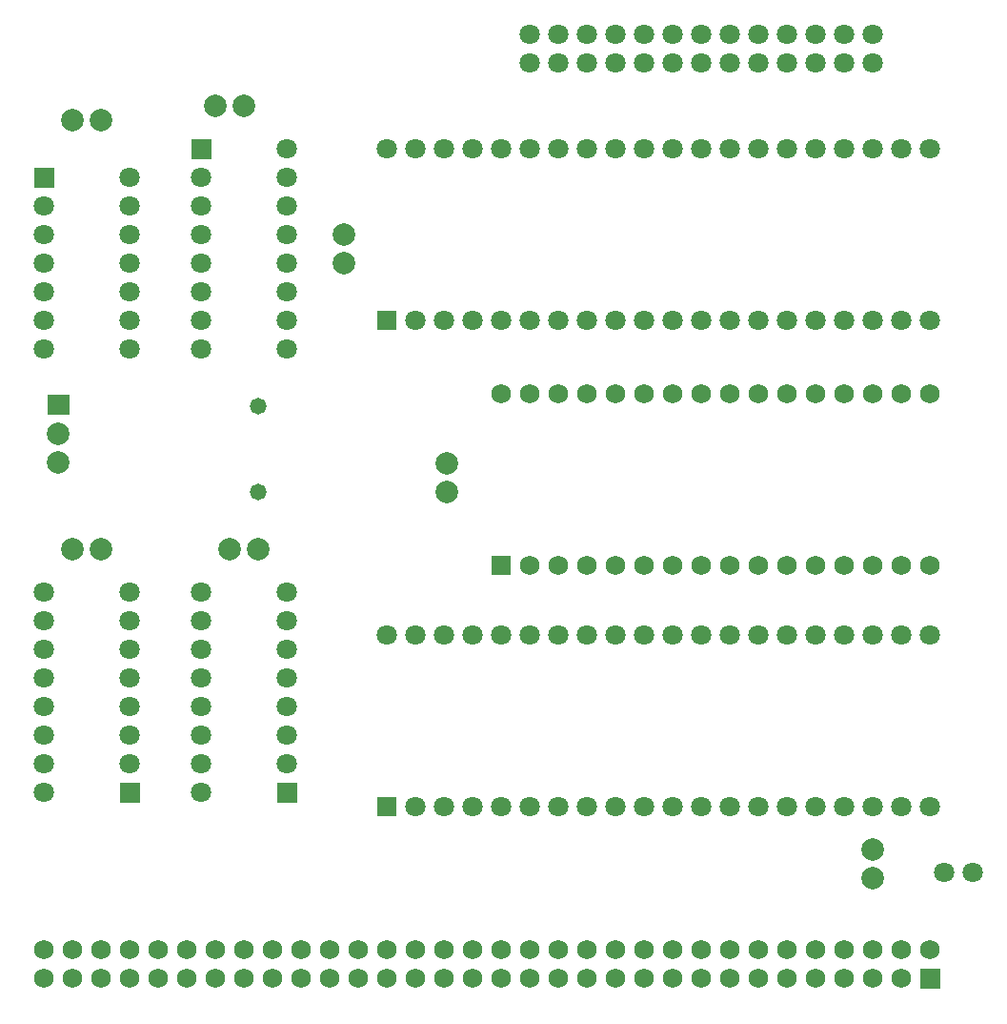
<source format=gbs>
G04 Layer: BottomSolderMaskLayer*
G04 EasyEDA v6.4.7, 2020-09-22T21:54:33+03:00*
G04 a7765446d15b4be3966cb18223edfad2,4ad0dc2c7e0b4634a5fc6f66180d8695,10*
G04 Gerber Generator version 0.2*
G04 Scale: 100 percent, Rotated: No, Reflected: No *
G04 Dimensions in millimeters *
G04 leading zeros omitted , absolute positions ,3 integer and 3 decimal *
%FSLAX33Y33*%
%MOMM*%
G90*
D02*

%ADD28C,2.003196*%
%ADD30C,1.803197*%
%ADD31R,1.803197X1.803197*%
%ADD33C,1.803400*%
%ADD34C,1.473200*%
%ADD35R,1.727200X1.727200*%
%ADD36C,1.727200*%

%LPD*%
G54D28*
G01X8890Y50927D03*
G01X8890Y53467D03*
G36*
G01X7889Y55118D02*
G01X7889Y56896D01*
G01X9890Y56896D01*
G01X9890Y55118D01*
G01X7889Y55118D01*
G37*
G54D30*
G01X38100Y78740D03*
G01X40640Y78740D03*
G01X43180Y78740D03*
G01X45720Y78740D03*
G01X48260Y78740D03*
G01X50800Y78740D03*
G01X53340Y78740D03*
G01X55880Y78740D03*
G01X58420Y78740D03*
G01X60960Y78740D03*
G01X63500Y78740D03*
G01X66040Y78740D03*
G01X68574Y78740D03*
G01X71114Y78740D03*
G01X73654Y78740D03*
G01X76194Y78740D03*
G01X78734Y78740D03*
G01X81274Y78740D03*
G01X83816Y78740D03*
G01X86354Y78740D03*
G01X86360Y63500D03*
G01X83820Y63500D03*
G01X81280Y63500D03*
G01X78740Y63500D03*
G01X76200Y63500D03*
G01X73660Y63500D03*
G01X71120Y63500D03*
G01X68580Y63500D03*
G01X66040Y63500D03*
G01X63500Y63500D03*
G01X60960Y63500D03*
G01X58420Y63500D03*
G01X55880Y63500D03*
G01X53340Y63500D03*
G01X50800Y63500D03*
G01X48260Y63500D03*
G01X45720Y63500D03*
G01X43180Y63500D03*
G01X40640Y63500D03*
G54D31*
G01X38100Y63500D03*
G54D30*
G01X7618Y21590D03*
G01X7618Y24130D03*
G01X7618Y26670D03*
G01X7618Y29210D03*
G01X7618Y31750D03*
G01X7618Y34290D03*
G01X7618Y36830D03*
G01X7618Y39370D03*
G01X15238Y39370D03*
G01X15238Y36830D03*
G01X15238Y34290D03*
G01X15238Y31750D03*
G01X15238Y29210D03*
G01X15238Y26670D03*
G01X15238Y24130D03*
G36*
G01X14338Y20688D02*
G01X14338Y22491D01*
G01X16141Y22491D01*
G01X16141Y20688D01*
G01X14338Y20688D01*
G37*
G01X21588Y21588D03*
G01X21588Y24128D03*
G01X21588Y26668D03*
G01X21588Y29208D03*
G01X21588Y31748D03*
G01X21588Y34288D03*
G01X21588Y36828D03*
G01X21588Y39368D03*
G01X29208Y39368D03*
G01X29208Y36828D03*
G01X29208Y34288D03*
G01X29208Y31748D03*
G01X29208Y29208D03*
G01X29208Y26668D03*
G01X29208Y24128D03*
G36*
G01X28308Y20685D02*
G01X28308Y22489D01*
G01X30111Y22489D01*
G01X30111Y20685D01*
G01X28308Y20685D01*
G37*
G01X29210Y78740D03*
G01X29210Y76200D03*
G01X29210Y73660D03*
G01X29210Y71120D03*
G01X29210Y68580D03*
G01X29210Y66040D03*
G01X29210Y63500D03*
G01X29210Y60960D03*
G01X21590Y60960D03*
G01X21590Y63500D03*
G01X21590Y66040D03*
G01X21590Y68580D03*
G01X21590Y71120D03*
G01X21590Y73660D03*
G01X21590Y76200D03*
G36*
G01X20688Y77838D02*
G01X20688Y79641D01*
G01X22491Y79641D01*
G01X22491Y77838D01*
G01X20688Y77838D01*
G37*
G36*
G01X6718Y75298D02*
G01X6718Y77101D01*
G01X8521Y77101D01*
G01X8521Y75298D01*
G01X6718Y75298D01*
G37*
G54D33*
G01X7620Y73660D03*
G01X7620Y66040D03*
G01X7620Y63500D03*
G01X7620Y71120D03*
G01X7620Y68580D03*
G01X7620Y60960D03*
G01X15240Y60960D03*
G01X15240Y63500D03*
G01X15240Y66040D03*
G01X15240Y68580D03*
G01X15240Y71120D03*
G01X15240Y73660D03*
G01X15240Y76200D03*
G54D30*
G01X38100Y35560D03*
G01X40640Y35560D03*
G01X43180Y35560D03*
G01X45720Y35560D03*
G01X48260Y35560D03*
G01X50800Y35560D03*
G01X53340Y35560D03*
G01X55880Y35560D03*
G01X58420Y35560D03*
G01X60960Y35560D03*
G01X63500Y35560D03*
G01X66040Y35560D03*
G01X68574Y35560D03*
G01X71114Y35560D03*
G01X73654Y35560D03*
G01X76194Y35560D03*
G01X78734Y35560D03*
G01X81274Y35560D03*
G01X83816Y35560D03*
G01X86354Y35560D03*
G01X86360Y20320D03*
G01X83820Y20320D03*
G01X81280Y20320D03*
G01X78740Y20320D03*
G01X76200Y20320D03*
G01X73660Y20320D03*
G01X71120Y20320D03*
G01X68580Y20320D03*
G01X66040Y20320D03*
G01X63500Y20320D03*
G01X60960Y20320D03*
G01X58420Y20320D03*
G01X55880Y20320D03*
G01X53340Y20320D03*
G01X50800Y20320D03*
G01X48260Y20320D03*
G01X45720Y20320D03*
G01X43180Y20320D03*
G01X40640Y20320D03*
G54D31*
G01X38100Y20320D03*
G54D34*
G01X26670Y55880D03*
G01X26670Y48260D03*
G54D28*
G01X12700Y81280D03*
G01X10160Y81280D03*
G01X22860Y82550D03*
G01X25400Y82550D03*
G01X43434Y48260D03*
G01X43434Y50800D03*
G01X12700Y43180D03*
G01X10160Y43180D03*
G01X24130Y43180D03*
G01X26670Y43180D03*
G01X81280Y16510D03*
G01X81280Y13970D03*
G36*
G01X85496Y4216D02*
G01X85496Y5943D01*
G01X87223Y5943D01*
G01X87223Y4216D01*
G01X85496Y4216D01*
G37*
G54D36*
G01X83820Y5080D03*
G01X81280Y5080D03*
G01X78740Y5080D03*
G01X76200Y5080D03*
G01X73660Y5080D03*
G01X71120Y5080D03*
G01X68580Y5080D03*
G01X66040Y5080D03*
G01X63500Y5080D03*
G01X60960Y5080D03*
G01X58420Y5080D03*
G01X55880Y5080D03*
G01X53340Y5080D03*
G01X50800Y5080D03*
G01X48260Y5080D03*
G01X45720Y5080D03*
G01X43180Y5080D03*
G01X40640Y5080D03*
G01X38100Y5080D03*
G01X35560Y5080D03*
G01X33020Y5080D03*
G01X30480Y5080D03*
G01X27940Y5080D03*
G01X25400Y5080D03*
G01X22860Y5080D03*
G01X20320Y5080D03*
G01X17780Y5080D03*
G01X15240Y5080D03*
G01X12700Y5080D03*
G01X10160Y5080D03*
G01X7620Y5080D03*
G01X86360Y7620D03*
G01X83820Y7620D03*
G01X81280Y7620D03*
G01X78740Y7620D03*
G01X76200Y7620D03*
G01X73660Y7620D03*
G01X71120Y7620D03*
G01X68580Y7620D03*
G01X66040Y7620D03*
G01X63500Y7620D03*
G01X60960Y7620D03*
G01X58420Y7620D03*
G01X55880Y7620D03*
G01X53340Y7620D03*
G01X50800Y7620D03*
G01X48260Y7620D03*
G01X45720Y7620D03*
G01X43180Y7620D03*
G01X40640Y7620D03*
G01X38100Y7620D03*
G01X35560Y7620D03*
G01X33020Y7620D03*
G01X30480Y7620D03*
G01X27940Y7620D03*
G01X25400Y7620D03*
G01X22860Y7620D03*
G01X20320Y7620D03*
G01X17780Y7620D03*
G01X15240Y7620D03*
G01X12700Y7620D03*
G01X10160Y7620D03*
G01X7620Y7620D03*
G54D30*
G01X50800Y86360D03*
G01X50800Y88900D03*
G01X53340Y86360D03*
G01X53340Y88900D03*
G01X55880Y86360D03*
G01X55880Y88900D03*
G01X58420Y86360D03*
G01X58420Y88900D03*
G01X60960Y86360D03*
G01X60960Y88900D03*
G01X63500Y86360D03*
G01X63500Y88900D03*
G01X66040Y86360D03*
G01X66040Y88900D03*
G01X68580Y86360D03*
G01X68580Y88900D03*
G01X71120Y86360D03*
G01X71120Y88900D03*
G01X73660Y86360D03*
G01X73660Y88900D03*
G01X76200Y86360D03*
G01X76200Y88900D03*
G01X78740Y86360D03*
G01X78740Y88900D03*
G01X81280Y86360D03*
G01X81280Y88900D03*
G01X87630Y14478D03*
G01X90170Y14478D03*
G54D35*
G01X48260Y41783D03*
G54D36*
G01X50800Y41783D03*
G01X53340Y41783D03*
G01X55880Y41783D03*
G01X58420Y41783D03*
G01X60960Y41783D03*
G01X63500Y41783D03*
G01X66040Y41783D03*
G01X68580Y41783D03*
G01X71120Y41783D03*
G01X73660Y41783D03*
G01X76200Y41783D03*
G01X78740Y41783D03*
G01X81280Y41783D03*
G01X83820Y41783D03*
G01X86360Y41783D03*
G01X86360Y57023D03*
G01X83820Y57023D03*
G01X81280Y57023D03*
G01X78740Y57023D03*
G01X76200Y57023D03*
G01X73660Y57023D03*
G01X71120Y57023D03*
G01X68580Y57023D03*
G01X66040Y57023D03*
G01X63500Y57023D03*
G01X60960Y57023D03*
G01X58420Y57023D03*
G01X55880Y57023D03*
G01X53340Y57023D03*
G01X50800Y57023D03*
G01X48260Y57023D03*
G54D28*
G01X34290Y68580D03*
G01X34290Y71120D03*
M00*
M02*

</source>
